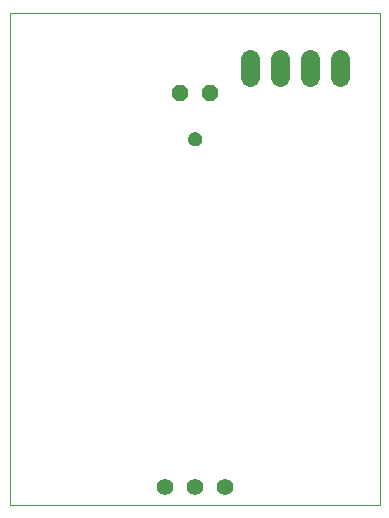
<source format=gbs>
G75*
%MOIN*%
%OFA0B0*%
%FSLAX25Y25*%
%IPPOS*%
%LPD*%
%AMOC8*
5,1,8,0,0,1.08239X$1,22.5*
%
%ADD10C,0.00394*%
%ADD11C,0.00000*%
%ADD12C,0.04731*%
%ADD13OC8,0.05600*%
%ADD14C,0.05550*%
%ADD15C,0.06400*%
D10*
X0004091Y0003012D02*
X0127319Y0003012D01*
X0127319Y0167185D01*
X0004091Y0167185D01*
X0004091Y0003012D01*
D11*
X0063540Y0125059D02*
X0063542Y0125152D01*
X0063548Y0125244D01*
X0063558Y0125336D01*
X0063572Y0125427D01*
X0063589Y0125518D01*
X0063611Y0125608D01*
X0063636Y0125697D01*
X0063665Y0125785D01*
X0063698Y0125871D01*
X0063735Y0125956D01*
X0063775Y0126040D01*
X0063819Y0126121D01*
X0063866Y0126201D01*
X0063916Y0126279D01*
X0063970Y0126354D01*
X0064027Y0126427D01*
X0064087Y0126497D01*
X0064150Y0126565D01*
X0064216Y0126630D01*
X0064284Y0126692D01*
X0064355Y0126752D01*
X0064429Y0126808D01*
X0064505Y0126861D01*
X0064583Y0126910D01*
X0064663Y0126957D01*
X0064745Y0126999D01*
X0064829Y0127039D01*
X0064914Y0127074D01*
X0065001Y0127106D01*
X0065089Y0127135D01*
X0065178Y0127159D01*
X0065268Y0127180D01*
X0065359Y0127196D01*
X0065451Y0127209D01*
X0065543Y0127218D01*
X0065636Y0127223D01*
X0065728Y0127224D01*
X0065821Y0127221D01*
X0065913Y0127214D01*
X0066005Y0127203D01*
X0066096Y0127188D01*
X0066187Y0127170D01*
X0066277Y0127147D01*
X0066365Y0127121D01*
X0066453Y0127091D01*
X0066539Y0127057D01*
X0066623Y0127020D01*
X0066706Y0126978D01*
X0066787Y0126934D01*
X0066867Y0126886D01*
X0066944Y0126835D01*
X0067018Y0126780D01*
X0067091Y0126722D01*
X0067161Y0126662D01*
X0067228Y0126598D01*
X0067292Y0126532D01*
X0067354Y0126462D01*
X0067412Y0126391D01*
X0067467Y0126317D01*
X0067519Y0126240D01*
X0067568Y0126161D01*
X0067614Y0126081D01*
X0067656Y0125998D01*
X0067694Y0125914D01*
X0067729Y0125828D01*
X0067760Y0125741D01*
X0067787Y0125653D01*
X0067810Y0125563D01*
X0067830Y0125473D01*
X0067846Y0125382D01*
X0067858Y0125290D01*
X0067866Y0125198D01*
X0067870Y0125105D01*
X0067870Y0125013D01*
X0067866Y0124920D01*
X0067858Y0124828D01*
X0067846Y0124736D01*
X0067830Y0124645D01*
X0067810Y0124555D01*
X0067787Y0124465D01*
X0067760Y0124377D01*
X0067729Y0124290D01*
X0067694Y0124204D01*
X0067656Y0124120D01*
X0067614Y0124037D01*
X0067568Y0123957D01*
X0067519Y0123878D01*
X0067467Y0123801D01*
X0067412Y0123727D01*
X0067354Y0123656D01*
X0067292Y0123586D01*
X0067228Y0123520D01*
X0067161Y0123456D01*
X0067091Y0123396D01*
X0067018Y0123338D01*
X0066944Y0123283D01*
X0066867Y0123232D01*
X0066788Y0123184D01*
X0066706Y0123140D01*
X0066623Y0123098D01*
X0066539Y0123061D01*
X0066453Y0123027D01*
X0066365Y0122997D01*
X0066277Y0122971D01*
X0066187Y0122948D01*
X0066096Y0122930D01*
X0066005Y0122915D01*
X0065913Y0122904D01*
X0065821Y0122897D01*
X0065728Y0122894D01*
X0065636Y0122895D01*
X0065543Y0122900D01*
X0065451Y0122909D01*
X0065359Y0122922D01*
X0065268Y0122938D01*
X0065178Y0122959D01*
X0065089Y0122983D01*
X0065001Y0123012D01*
X0064914Y0123044D01*
X0064829Y0123079D01*
X0064745Y0123119D01*
X0064663Y0123161D01*
X0064583Y0123208D01*
X0064505Y0123257D01*
X0064429Y0123310D01*
X0064355Y0123366D01*
X0064284Y0123426D01*
X0064216Y0123488D01*
X0064150Y0123553D01*
X0064087Y0123621D01*
X0064027Y0123691D01*
X0063970Y0123764D01*
X0063916Y0123839D01*
X0063866Y0123917D01*
X0063819Y0123997D01*
X0063775Y0124078D01*
X0063735Y0124162D01*
X0063698Y0124247D01*
X0063665Y0124333D01*
X0063636Y0124421D01*
X0063611Y0124510D01*
X0063589Y0124600D01*
X0063572Y0124691D01*
X0063558Y0124782D01*
X0063548Y0124874D01*
X0063542Y0124966D01*
X0063540Y0125059D01*
D12*
X0065705Y0125059D03*
D13*
X0070705Y0140217D03*
X0060705Y0140217D03*
D14*
X0065705Y0008937D03*
X0075705Y0008937D03*
X0055705Y0008937D03*
D15*
X0084209Y0145681D02*
X0084209Y0151681D01*
X0094209Y0151681D02*
X0094209Y0145681D01*
X0104209Y0145681D02*
X0104209Y0151681D01*
X0114209Y0151681D02*
X0114209Y0145681D01*
M02*

</source>
